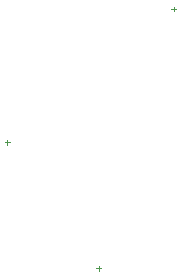
<source format=gm1>
G04 Layer_Color=16711935*
%FSLAX24Y24*%
%MOIN*%
G70*
G01*
G75*
%ADD55C,0.0039*%
D55*
X25621Y25186D02*
X25779D01*
X25700Y25107D02*
Y25265D01*
X23121Y16536D02*
X23279D01*
X23200Y16457D02*
Y16615D01*
X20071Y20736D02*
X20229D01*
X20150Y20657D02*
Y20815D01*
M02*

</source>
